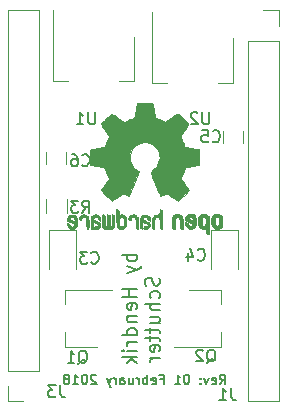
<source format=gbr>
G04 #@! TF.FileFunction,Legend,Bot*
%FSLAX46Y46*%
G04 Gerber Fmt 4.6, Leading zero omitted, Abs format (unit mm)*
G04 Created by KiCad (PCBNEW 4.0.7) date Mon Feb  5 11:14:21 2018*
%MOMM*%
%LPD*%
G01*
G04 APERTURE LIST*
%ADD10C,0.100000*%
%ADD11C,0.150000*%
%ADD12C,0.200000*%
%ADD13C,0.120000*%
%ADD14C,0.010000*%
G04 APERTURE END LIST*
D10*
D11*
X97484857Y-93298000D02*
X96284857Y-93298000D01*
X96742000Y-93298000D02*
X96684857Y-93412286D01*
X96684857Y-93640857D01*
X96742000Y-93755143D01*
X96799143Y-93812286D01*
X96913429Y-93869429D01*
X97256286Y-93869429D01*
X97370571Y-93812286D01*
X97427714Y-93755143D01*
X97484857Y-93640857D01*
X97484857Y-93412286D01*
X97427714Y-93298000D01*
X96684857Y-94269429D02*
X97484857Y-94555143D01*
X96684857Y-94840857D02*
X97484857Y-94555143D01*
X97770571Y-94440857D01*
X97827714Y-94383714D01*
X97884857Y-94269429D01*
X97484857Y-96212286D02*
X96284857Y-96212286D01*
X96856286Y-96212286D02*
X96856286Y-96898001D01*
X97484857Y-96898001D02*
X96284857Y-96898001D01*
X97427714Y-97926572D02*
X97484857Y-97812286D01*
X97484857Y-97583715D01*
X97427714Y-97469429D01*
X97313429Y-97412286D01*
X96856286Y-97412286D01*
X96742000Y-97469429D01*
X96684857Y-97583715D01*
X96684857Y-97812286D01*
X96742000Y-97926572D01*
X96856286Y-97983715D01*
X96970571Y-97983715D01*
X97084857Y-97412286D01*
X96684857Y-98498000D02*
X97484857Y-98498000D01*
X96799143Y-98498000D02*
X96742000Y-98555143D01*
X96684857Y-98669429D01*
X96684857Y-98840857D01*
X96742000Y-98955143D01*
X96856286Y-99012286D01*
X97484857Y-99012286D01*
X97484857Y-100098000D02*
X96284857Y-100098000D01*
X97427714Y-100098000D02*
X97484857Y-99983714D01*
X97484857Y-99755143D01*
X97427714Y-99640857D01*
X97370571Y-99583714D01*
X97256286Y-99526571D01*
X96913429Y-99526571D01*
X96799143Y-99583714D01*
X96742000Y-99640857D01*
X96684857Y-99755143D01*
X96684857Y-99983714D01*
X96742000Y-100098000D01*
X97484857Y-100669428D02*
X96684857Y-100669428D01*
X96913429Y-100669428D02*
X96799143Y-100726571D01*
X96742000Y-100783714D01*
X96684857Y-100898000D01*
X96684857Y-101012285D01*
X97484857Y-101412285D02*
X96684857Y-101412285D01*
X96284857Y-101412285D02*
X96342000Y-101355142D01*
X96399143Y-101412285D01*
X96342000Y-101469428D01*
X96284857Y-101412285D01*
X96399143Y-101412285D01*
X97484857Y-101983714D02*
X96284857Y-101983714D01*
X97027714Y-102098000D02*
X97484857Y-102440857D01*
X96684857Y-102440857D02*
X97142000Y-101983714D01*
X99377714Y-95240858D02*
X99434857Y-95412287D01*
X99434857Y-95698001D01*
X99377714Y-95812287D01*
X99320571Y-95869430D01*
X99206286Y-95926573D01*
X99092000Y-95926573D01*
X98977714Y-95869430D01*
X98920571Y-95812287D01*
X98863429Y-95698001D01*
X98806286Y-95469430D01*
X98749143Y-95355144D01*
X98692000Y-95298001D01*
X98577714Y-95240858D01*
X98463429Y-95240858D01*
X98349143Y-95298001D01*
X98292000Y-95355144D01*
X98234857Y-95469430D01*
X98234857Y-95755144D01*
X98292000Y-95926573D01*
X99377714Y-96955144D02*
X99434857Y-96840858D01*
X99434857Y-96612287D01*
X99377714Y-96498001D01*
X99320571Y-96440858D01*
X99206286Y-96383715D01*
X98863429Y-96383715D01*
X98749143Y-96440858D01*
X98692000Y-96498001D01*
X98634857Y-96612287D01*
X98634857Y-96840858D01*
X98692000Y-96955144D01*
X99434857Y-97469429D02*
X98234857Y-97469429D01*
X99434857Y-97983715D02*
X98806286Y-97983715D01*
X98692000Y-97926572D01*
X98634857Y-97812286D01*
X98634857Y-97640858D01*
X98692000Y-97526572D01*
X98749143Y-97469429D01*
X98634857Y-99069429D02*
X99434857Y-99069429D01*
X98634857Y-98555143D02*
X99263429Y-98555143D01*
X99377714Y-98612286D01*
X99434857Y-98726572D01*
X99434857Y-98898000D01*
X99377714Y-99012286D01*
X99320571Y-99069429D01*
X98634857Y-99469429D02*
X98634857Y-99926572D01*
X98234857Y-99640857D02*
X99263429Y-99640857D01*
X99377714Y-99698000D01*
X99434857Y-99812286D01*
X99434857Y-99926572D01*
X98634857Y-100155143D02*
X98634857Y-100612286D01*
X98234857Y-100326571D02*
X99263429Y-100326571D01*
X99377714Y-100383714D01*
X99434857Y-100498000D01*
X99434857Y-100612286D01*
X99377714Y-101469428D02*
X99434857Y-101355142D01*
X99434857Y-101126571D01*
X99377714Y-101012285D01*
X99263429Y-100955142D01*
X98806286Y-100955142D01*
X98692000Y-101012285D01*
X98634857Y-101126571D01*
X98634857Y-101355142D01*
X98692000Y-101469428D01*
X98806286Y-101526571D01*
X98920571Y-101526571D01*
X99034857Y-100955142D01*
X99434857Y-102040856D02*
X98634857Y-102040856D01*
X98863429Y-102040856D02*
X98749143Y-102097999D01*
X98692000Y-102155142D01*
X98634857Y-102269428D01*
X98634857Y-102383713D01*
D12*
X104532906Y-104247905D02*
X104799573Y-103866952D01*
X104990049Y-104247905D02*
X104990049Y-103447905D01*
X104685287Y-103447905D01*
X104609096Y-103486000D01*
X104571001Y-103524095D01*
X104532906Y-103600286D01*
X104532906Y-103714571D01*
X104571001Y-103790762D01*
X104609096Y-103828857D01*
X104685287Y-103866952D01*
X104990049Y-103866952D01*
X103885287Y-104209810D02*
X103961477Y-104247905D01*
X104113858Y-104247905D01*
X104190049Y-104209810D01*
X104228144Y-104133619D01*
X104228144Y-103828857D01*
X104190049Y-103752667D01*
X104113858Y-103714571D01*
X103961477Y-103714571D01*
X103885287Y-103752667D01*
X103847192Y-103828857D01*
X103847192Y-103905048D01*
X104228144Y-103981238D01*
X103580525Y-103714571D02*
X103390049Y-104247905D01*
X103199573Y-103714571D01*
X102894811Y-104171714D02*
X102856716Y-104209810D01*
X102894811Y-104247905D01*
X102932906Y-104209810D01*
X102894811Y-104171714D01*
X102894811Y-104247905D01*
X102894811Y-103752667D02*
X102856716Y-103790762D01*
X102894811Y-103828857D01*
X102932906Y-103790762D01*
X102894811Y-103752667D01*
X102894811Y-103828857D01*
X101751954Y-103447905D02*
X101675763Y-103447905D01*
X101599573Y-103486000D01*
X101561478Y-103524095D01*
X101523382Y-103600286D01*
X101485287Y-103752667D01*
X101485287Y-103943143D01*
X101523382Y-104095524D01*
X101561478Y-104171714D01*
X101599573Y-104209810D01*
X101675763Y-104247905D01*
X101751954Y-104247905D01*
X101828144Y-104209810D01*
X101866240Y-104171714D01*
X101904335Y-104095524D01*
X101942430Y-103943143D01*
X101942430Y-103752667D01*
X101904335Y-103600286D01*
X101866240Y-103524095D01*
X101828144Y-103486000D01*
X101751954Y-103447905D01*
X100723382Y-104247905D02*
X101180525Y-104247905D01*
X100951954Y-104247905D02*
X100951954Y-103447905D01*
X101028144Y-103562190D01*
X101104335Y-103638381D01*
X101180525Y-103676476D01*
X99504334Y-103828857D02*
X99771001Y-103828857D01*
X99771001Y-104247905D02*
X99771001Y-103447905D01*
X99390048Y-103447905D01*
X98780525Y-104209810D02*
X98856715Y-104247905D01*
X99009096Y-104247905D01*
X99085287Y-104209810D01*
X99123382Y-104133619D01*
X99123382Y-103828857D01*
X99085287Y-103752667D01*
X99009096Y-103714571D01*
X98856715Y-103714571D01*
X98780525Y-103752667D01*
X98742430Y-103828857D01*
X98742430Y-103905048D01*
X99123382Y-103981238D01*
X98399573Y-104247905D02*
X98399573Y-103447905D01*
X98399573Y-103752667D02*
X98323382Y-103714571D01*
X98171001Y-103714571D01*
X98094811Y-103752667D01*
X98056716Y-103790762D01*
X98018620Y-103866952D01*
X98018620Y-104095524D01*
X98056716Y-104171714D01*
X98094811Y-104209810D01*
X98171001Y-104247905D01*
X98323382Y-104247905D01*
X98399573Y-104209810D01*
X97675763Y-104247905D02*
X97675763Y-103714571D01*
X97675763Y-103866952D02*
X97637668Y-103790762D01*
X97599572Y-103752667D01*
X97523382Y-103714571D01*
X97447191Y-103714571D01*
X96837668Y-103714571D02*
X96837668Y-104247905D01*
X97180525Y-103714571D02*
X97180525Y-104133619D01*
X97142430Y-104209810D01*
X97066239Y-104247905D01*
X96951953Y-104247905D01*
X96875763Y-104209810D01*
X96837668Y-104171714D01*
X96113858Y-104247905D02*
X96113858Y-103828857D01*
X96151953Y-103752667D01*
X96228143Y-103714571D01*
X96380524Y-103714571D01*
X96456715Y-103752667D01*
X96113858Y-104209810D02*
X96190048Y-104247905D01*
X96380524Y-104247905D01*
X96456715Y-104209810D01*
X96494810Y-104133619D01*
X96494810Y-104057429D01*
X96456715Y-103981238D01*
X96380524Y-103943143D01*
X96190048Y-103943143D01*
X96113858Y-103905048D01*
X95732905Y-104247905D02*
X95732905Y-103714571D01*
X95732905Y-103866952D02*
X95694810Y-103790762D01*
X95656714Y-103752667D01*
X95580524Y-103714571D01*
X95504333Y-103714571D01*
X95313857Y-103714571D02*
X95123381Y-104247905D01*
X94932905Y-103714571D02*
X95123381Y-104247905D01*
X95199572Y-104438381D01*
X95237667Y-104476476D01*
X95313857Y-104514571D01*
X94056714Y-103524095D02*
X94018619Y-103486000D01*
X93942428Y-103447905D01*
X93751952Y-103447905D01*
X93675762Y-103486000D01*
X93637666Y-103524095D01*
X93599571Y-103600286D01*
X93599571Y-103676476D01*
X93637666Y-103790762D01*
X94094809Y-104247905D01*
X93599571Y-104247905D01*
X93104333Y-103447905D02*
X93028142Y-103447905D01*
X92951952Y-103486000D01*
X92913857Y-103524095D01*
X92875761Y-103600286D01*
X92837666Y-103752667D01*
X92837666Y-103943143D01*
X92875761Y-104095524D01*
X92913857Y-104171714D01*
X92951952Y-104209810D01*
X93028142Y-104247905D01*
X93104333Y-104247905D01*
X93180523Y-104209810D01*
X93218619Y-104171714D01*
X93256714Y-104095524D01*
X93294809Y-103943143D01*
X93294809Y-103752667D01*
X93256714Y-103600286D01*
X93218619Y-103524095D01*
X93180523Y-103486000D01*
X93104333Y-103447905D01*
X92075761Y-104247905D02*
X92532904Y-104247905D01*
X92304333Y-104247905D02*
X92304333Y-103447905D01*
X92380523Y-103562190D01*
X92456714Y-103638381D01*
X92532904Y-103676476D01*
X91618618Y-103790762D02*
X91694809Y-103752667D01*
X91732904Y-103714571D01*
X91770999Y-103638381D01*
X91770999Y-103600286D01*
X91732904Y-103524095D01*
X91694809Y-103486000D01*
X91618618Y-103447905D01*
X91466237Y-103447905D01*
X91390047Y-103486000D01*
X91351951Y-103524095D01*
X91313856Y-103600286D01*
X91313856Y-103638381D01*
X91351951Y-103714571D01*
X91390047Y-103752667D01*
X91466237Y-103790762D01*
X91618618Y-103790762D01*
X91694809Y-103828857D01*
X91732904Y-103866952D01*
X91770999Y-103943143D01*
X91770999Y-104095524D01*
X91732904Y-104171714D01*
X91694809Y-104209810D01*
X91618618Y-104247905D01*
X91466237Y-104247905D01*
X91390047Y-104209810D01*
X91351951Y-104171714D01*
X91313856Y-104095524D01*
X91313856Y-103943143D01*
X91351951Y-103866952D01*
X91390047Y-103828857D01*
X91466237Y-103790762D01*
D13*
X90036000Y-91222000D02*
X90036000Y-94472000D01*
X92336000Y-91222000D02*
X92336000Y-94472000D01*
X90036000Y-91222000D02*
X92336000Y-91222000D01*
X103752000Y-91222000D02*
X103752000Y-94472000D01*
X106052000Y-91222000D02*
X106052000Y-94472000D01*
X103752000Y-91222000D02*
X106052000Y-91222000D01*
X104814000Y-83812000D02*
X104814000Y-82812000D01*
X106514000Y-82812000D02*
X106514000Y-83812000D01*
X91528000Y-84590000D02*
X91528000Y-85590000D01*
X89828000Y-85590000D02*
X89828000Y-84590000D01*
X109534000Y-105724000D02*
X106874000Y-105724000D01*
X109534000Y-75184000D02*
X109534000Y-105724000D01*
X106874000Y-75184000D02*
X106874000Y-105724000D01*
X109534000Y-75184000D02*
X106874000Y-75184000D01*
X109534000Y-73914000D02*
X109534000Y-72584000D01*
X109534000Y-72584000D02*
X108204000Y-72584000D01*
X86554000Y-72584000D02*
X89214000Y-72584000D01*
X86554000Y-103124000D02*
X86554000Y-72584000D01*
X89214000Y-103124000D02*
X89214000Y-72584000D01*
X86554000Y-103124000D02*
X89214000Y-103124000D01*
X86554000Y-104394000D02*
X86554000Y-105724000D01*
X86554000Y-105724000D02*
X87884000Y-105724000D01*
X91438000Y-99879000D02*
X91438000Y-101079000D01*
X91438000Y-101079000D02*
X94138000Y-101079000D01*
X95438000Y-96279000D02*
X91438000Y-96279000D01*
X91438000Y-96279000D02*
X91438000Y-97479000D01*
X104650000Y-97479000D02*
X104650000Y-96279000D01*
X104650000Y-96279000D02*
X101950000Y-96279000D01*
X100650000Y-101079000D02*
X104650000Y-101079000D01*
X104650000Y-101079000D02*
X104650000Y-99879000D01*
X89798000Y-88554000D02*
X89798000Y-89754000D01*
X91558000Y-89754000D02*
X91558000Y-88554000D01*
X97263000Y-78618000D02*
X96003000Y-78618000D01*
X90443000Y-78618000D02*
X91703000Y-78618000D01*
X97263000Y-74858000D02*
X97263000Y-78618000D01*
X90443000Y-72608000D02*
X90443000Y-78618000D01*
X105645000Y-78745000D02*
X104385000Y-78745000D01*
X98825000Y-78745000D02*
X100085000Y-78745000D01*
X105645000Y-74985000D02*
X105645000Y-78745000D01*
X98825000Y-72735000D02*
X98825000Y-78745000D01*
D14*
G36*
X102999100Y-89840903D02*
X102887550Y-89896522D01*
X102789092Y-89998931D01*
X102761977Y-90036864D01*
X102732438Y-90086500D01*
X102713272Y-90140412D01*
X102702307Y-90212364D01*
X102697371Y-90316122D01*
X102696287Y-90453101D01*
X102701182Y-90640815D01*
X102718196Y-90781758D01*
X102750823Y-90886908D01*
X102802558Y-90967243D01*
X102876896Y-91033741D01*
X102882358Y-91037678D01*
X102955620Y-91077953D01*
X103043840Y-91097880D01*
X103156038Y-91102793D01*
X103338433Y-91102793D01*
X103338509Y-91279857D01*
X103340207Y-91378470D01*
X103350550Y-91436314D01*
X103377578Y-91471006D01*
X103429332Y-91500164D01*
X103441761Y-91506121D01*
X103499923Y-91534039D01*
X103544956Y-91551672D01*
X103578441Y-91553194D01*
X103601962Y-91532781D01*
X103617100Y-91484607D01*
X103625437Y-91402846D01*
X103628556Y-91281672D01*
X103628040Y-91115260D01*
X103625471Y-90897785D01*
X103624668Y-90832736D01*
X103621778Y-90608502D01*
X103619188Y-90461821D01*
X103338586Y-90461821D01*
X103337009Y-90586326D01*
X103330000Y-90667787D01*
X103314142Y-90721515D01*
X103286019Y-90762823D01*
X103266925Y-90782971D01*
X103188865Y-90841921D01*
X103119753Y-90846720D01*
X103048440Y-90798038D01*
X103046632Y-90796241D01*
X103017617Y-90758618D01*
X102999967Y-90707484D01*
X102991064Y-90628738D01*
X102988291Y-90508276D01*
X102988241Y-90481588D01*
X102994942Y-90315583D01*
X103016752Y-90200505D01*
X103056235Y-90130254D01*
X103115956Y-90098729D01*
X103150472Y-90095552D01*
X103232389Y-90110460D01*
X103288579Y-90159548D01*
X103322402Y-90249362D01*
X103337220Y-90386445D01*
X103338586Y-90461821D01*
X103619188Y-90461821D01*
X103618713Y-90434952D01*
X103614753Y-90304382D01*
X103609174Y-90209087D01*
X103601254Y-90141364D01*
X103590269Y-90093507D01*
X103575499Y-90057813D01*
X103556218Y-90026578D01*
X103547951Y-90014824D01*
X103438288Y-89903797D01*
X103299635Y-89840847D01*
X103139246Y-89823297D01*
X102999100Y-89840903D01*
X102999100Y-89840903D01*
G37*
X102999100Y-89840903D02*
X102887550Y-89896522D01*
X102789092Y-89998931D01*
X102761977Y-90036864D01*
X102732438Y-90086500D01*
X102713272Y-90140412D01*
X102702307Y-90212364D01*
X102697371Y-90316122D01*
X102696287Y-90453101D01*
X102701182Y-90640815D01*
X102718196Y-90781758D01*
X102750823Y-90886908D01*
X102802558Y-90967243D01*
X102876896Y-91033741D01*
X102882358Y-91037678D01*
X102955620Y-91077953D01*
X103043840Y-91097880D01*
X103156038Y-91102793D01*
X103338433Y-91102793D01*
X103338509Y-91279857D01*
X103340207Y-91378470D01*
X103350550Y-91436314D01*
X103377578Y-91471006D01*
X103429332Y-91500164D01*
X103441761Y-91506121D01*
X103499923Y-91534039D01*
X103544956Y-91551672D01*
X103578441Y-91553194D01*
X103601962Y-91532781D01*
X103617100Y-91484607D01*
X103625437Y-91402846D01*
X103628556Y-91281672D01*
X103628040Y-91115260D01*
X103625471Y-90897785D01*
X103624668Y-90832736D01*
X103621778Y-90608502D01*
X103619188Y-90461821D01*
X103338586Y-90461821D01*
X103337009Y-90586326D01*
X103330000Y-90667787D01*
X103314142Y-90721515D01*
X103286019Y-90762823D01*
X103266925Y-90782971D01*
X103188865Y-90841921D01*
X103119753Y-90846720D01*
X103048440Y-90798038D01*
X103046632Y-90796241D01*
X103017617Y-90758618D01*
X102999967Y-90707484D01*
X102991064Y-90628738D01*
X102988291Y-90508276D01*
X102988241Y-90481588D01*
X102994942Y-90315583D01*
X103016752Y-90200505D01*
X103056235Y-90130254D01*
X103115956Y-90098729D01*
X103150472Y-90095552D01*
X103232389Y-90110460D01*
X103288579Y-90159548D01*
X103322402Y-90249362D01*
X103337220Y-90386445D01*
X103338586Y-90461821D01*
X103619188Y-90461821D01*
X103618713Y-90434952D01*
X103614753Y-90304382D01*
X103609174Y-90209087D01*
X103601254Y-90141364D01*
X103590269Y-90093507D01*
X103575499Y-90057813D01*
X103556218Y-90026578D01*
X103547951Y-90014824D01*
X103438288Y-89903797D01*
X103299635Y-89840847D01*
X103139246Y-89823297D01*
X102999100Y-89840903D01*
G36*
X100753571Y-89856719D02*
X100659877Y-89910914D01*
X100594736Y-89964707D01*
X100547093Y-90021066D01*
X100514272Y-90089987D01*
X100493594Y-90181468D01*
X100482380Y-90305506D01*
X100477951Y-90472098D01*
X100477437Y-90591851D01*
X100477437Y-91032659D01*
X100601517Y-91088283D01*
X100725598Y-91143907D01*
X100740195Y-90661095D01*
X100746227Y-90480779D01*
X100752555Y-90349901D01*
X100760394Y-90259511D01*
X100770963Y-90200664D01*
X100785477Y-90164413D01*
X100805152Y-90141810D01*
X100811465Y-90136917D01*
X100907112Y-90098706D01*
X101003793Y-90113827D01*
X101061345Y-90153943D01*
X101084755Y-90182370D01*
X101100961Y-90219672D01*
X101111259Y-90276223D01*
X101116951Y-90362394D01*
X101119336Y-90488558D01*
X101119736Y-90620042D01*
X101119814Y-90784999D01*
X101122639Y-90901761D01*
X101132093Y-90980510D01*
X101152060Y-91031431D01*
X101186424Y-91064706D01*
X101239068Y-91090520D01*
X101309383Y-91117344D01*
X101386180Y-91146542D01*
X101377038Y-90628346D01*
X101373357Y-90441539D01*
X101369050Y-90303490D01*
X101362877Y-90204568D01*
X101353598Y-90135145D01*
X101339973Y-90085590D01*
X101320761Y-90046273D01*
X101297598Y-90011584D01*
X101185848Y-89900770D01*
X101049487Y-89836689D01*
X100901175Y-89821339D01*
X100753571Y-89856719D01*
X100753571Y-89856719D01*
G37*
X100753571Y-89856719D02*
X100659877Y-89910914D01*
X100594736Y-89964707D01*
X100547093Y-90021066D01*
X100514272Y-90089987D01*
X100493594Y-90181468D01*
X100482380Y-90305506D01*
X100477951Y-90472098D01*
X100477437Y-90591851D01*
X100477437Y-91032659D01*
X100601517Y-91088283D01*
X100725598Y-91143907D01*
X100740195Y-90661095D01*
X100746227Y-90480779D01*
X100752555Y-90349901D01*
X100760394Y-90259511D01*
X100770963Y-90200664D01*
X100785477Y-90164413D01*
X100805152Y-90141810D01*
X100811465Y-90136917D01*
X100907112Y-90098706D01*
X101003793Y-90113827D01*
X101061345Y-90153943D01*
X101084755Y-90182370D01*
X101100961Y-90219672D01*
X101111259Y-90276223D01*
X101116951Y-90362394D01*
X101119336Y-90488558D01*
X101119736Y-90620042D01*
X101119814Y-90784999D01*
X101122639Y-90901761D01*
X101132093Y-90980510D01*
X101152060Y-91031431D01*
X101186424Y-91064706D01*
X101239068Y-91090520D01*
X101309383Y-91117344D01*
X101386180Y-91146542D01*
X101377038Y-90628346D01*
X101373357Y-90441539D01*
X101369050Y-90303490D01*
X101362877Y-90204568D01*
X101353598Y-90135145D01*
X101339973Y-90085590D01*
X101320761Y-90046273D01*
X101297598Y-90011584D01*
X101185848Y-89900770D01*
X101049487Y-89836689D01*
X100901175Y-89821339D01*
X100753571Y-89856719D01*
G36*
X104122779Y-89845015D02*
X103985939Y-89916968D01*
X103884949Y-90032766D01*
X103849075Y-90107213D01*
X103821161Y-90218992D01*
X103806871Y-90360227D01*
X103805516Y-90514371D01*
X103816405Y-90664879D01*
X103838847Y-90795205D01*
X103872150Y-90888803D01*
X103882385Y-90904922D01*
X104003618Y-91025249D01*
X104147613Y-91097317D01*
X104303861Y-91118408D01*
X104461852Y-91085802D01*
X104505820Y-91066253D01*
X104591444Y-91006012D01*
X104666592Y-90926135D01*
X104673694Y-90916004D01*
X104702561Y-90867181D01*
X104721643Y-90814990D01*
X104732916Y-90746285D01*
X104738355Y-90647918D01*
X104739938Y-90506744D01*
X104739965Y-90475092D01*
X104739893Y-90465019D01*
X104448011Y-90465019D01*
X104446313Y-90598256D01*
X104439628Y-90686674D01*
X104425575Y-90743785D01*
X104401771Y-90783102D01*
X104389621Y-90796241D01*
X104319764Y-90846172D01*
X104251941Y-90843895D01*
X104183365Y-90800584D01*
X104142465Y-90754346D01*
X104118242Y-90686857D01*
X104104639Y-90580433D01*
X104103706Y-90568020D01*
X104101384Y-90375147D01*
X104125650Y-90231900D01*
X104176176Y-90139160D01*
X104252632Y-90097807D01*
X104279924Y-90095552D01*
X104351589Y-90106893D01*
X104400610Y-90146184D01*
X104430582Y-90221326D01*
X104445101Y-90340222D01*
X104448011Y-90465019D01*
X104739893Y-90465019D01*
X104738878Y-90324659D01*
X104734312Y-90219549D01*
X104724312Y-90146714D01*
X104706921Y-90093108D01*
X104680184Y-90045681D01*
X104674276Y-90036864D01*
X104574968Y-89918007D01*
X104466758Y-89849008D01*
X104335019Y-89821619D01*
X104290283Y-89820281D01*
X104122779Y-89845015D01*
X104122779Y-89845015D01*
G37*
X104122779Y-89845015D02*
X103985939Y-89916968D01*
X103884949Y-90032766D01*
X103849075Y-90107213D01*
X103821161Y-90218992D01*
X103806871Y-90360227D01*
X103805516Y-90514371D01*
X103816405Y-90664879D01*
X103838847Y-90795205D01*
X103872150Y-90888803D01*
X103882385Y-90904922D01*
X104003618Y-91025249D01*
X104147613Y-91097317D01*
X104303861Y-91118408D01*
X104461852Y-91085802D01*
X104505820Y-91066253D01*
X104591444Y-91006012D01*
X104666592Y-90926135D01*
X104673694Y-90916004D01*
X104702561Y-90867181D01*
X104721643Y-90814990D01*
X104732916Y-90746285D01*
X104738355Y-90647918D01*
X104739938Y-90506744D01*
X104739965Y-90475092D01*
X104739893Y-90465019D01*
X104448011Y-90465019D01*
X104446313Y-90598256D01*
X104439628Y-90686674D01*
X104425575Y-90743785D01*
X104401771Y-90783102D01*
X104389621Y-90796241D01*
X104319764Y-90846172D01*
X104251941Y-90843895D01*
X104183365Y-90800584D01*
X104142465Y-90754346D01*
X104118242Y-90686857D01*
X104104639Y-90580433D01*
X104103706Y-90568020D01*
X104101384Y-90375147D01*
X104125650Y-90231900D01*
X104176176Y-90139160D01*
X104252632Y-90097807D01*
X104279924Y-90095552D01*
X104351589Y-90106893D01*
X104400610Y-90146184D01*
X104430582Y-90221326D01*
X104445101Y-90340222D01*
X104448011Y-90465019D01*
X104739893Y-90465019D01*
X104738878Y-90324659D01*
X104734312Y-90219549D01*
X104724312Y-90146714D01*
X104706921Y-90093108D01*
X104680184Y-90045681D01*
X104674276Y-90036864D01*
X104574968Y-89918007D01*
X104466758Y-89849008D01*
X104335019Y-89821619D01*
X104290283Y-89820281D01*
X104122779Y-89845015D01*
G36*
X101855448Y-89863676D02*
X101740342Y-89941111D01*
X101651389Y-90052949D01*
X101598251Y-90195265D01*
X101587503Y-90300015D01*
X101588724Y-90343726D01*
X101598944Y-90377194D01*
X101627039Y-90407179D01*
X101681884Y-90440440D01*
X101772355Y-90483738D01*
X101907328Y-90543833D01*
X101908011Y-90544134D01*
X102032249Y-90601037D01*
X102134127Y-90651565D01*
X102203233Y-90690280D01*
X102229154Y-90711740D01*
X102229161Y-90711913D01*
X102206315Y-90758644D01*
X102152891Y-90810154D01*
X102091558Y-90847261D01*
X102060485Y-90854632D01*
X101975711Y-90829138D01*
X101902707Y-90765291D01*
X101867087Y-90695094D01*
X101832820Y-90643343D01*
X101765697Y-90584409D01*
X101686792Y-90533496D01*
X101617179Y-90505809D01*
X101602623Y-90504287D01*
X101586237Y-90529321D01*
X101585250Y-90593311D01*
X101597292Y-90679593D01*
X101619993Y-90771501D01*
X101650986Y-90852369D01*
X101652552Y-90855509D01*
X101745819Y-90985734D01*
X101866696Y-91074311D01*
X102003973Y-91117786D01*
X102146440Y-91112706D01*
X102282888Y-91055616D01*
X102288955Y-91051602D01*
X102396290Y-90954326D01*
X102466868Y-90827409D01*
X102505926Y-90660526D01*
X102511168Y-90613639D01*
X102520452Y-90392329D01*
X102509322Y-90289124D01*
X102229161Y-90289124D01*
X102225521Y-90353503D01*
X102205611Y-90372291D01*
X102155974Y-90358235D01*
X102077733Y-90325009D01*
X101990274Y-90283359D01*
X101988101Y-90282256D01*
X101913970Y-90243265D01*
X101884219Y-90217244D01*
X101891555Y-90189965D01*
X101922447Y-90154121D01*
X102001040Y-90102251D01*
X102085677Y-90098439D01*
X102161597Y-90136189D01*
X102214035Y-90209001D01*
X102229161Y-90289124D01*
X102509322Y-90289124D01*
X102501356Y-90215261D01*
X102452366Y-90074829D01*
X102384164Y-89976447D01*
X102261065Y-89877030D01*
X102125472Y-89827711D01*
X101987045Y-89824568D01*
X101855448Y-89863676D01*
X101855448Y-89863676D01*
G37*
X101855448Y-89863676D02*
X101740342Y-89941111D01*
X101651389Y-90052949D01*
X101598251Y-90195265D01*
X101587503Y-90300015D01*
X101588724Y-90343726D01*
X101598944Y-90377194D01*
X101627039Y-90407179D01*
X101681884Y-90440440D01*
X101772355Y-90483738D01*
X101907328Y-90543833D01*
X101908011Y-90544134D01*
X102032249Y-90601037D01*
X102134127Y-90651565D01*
X102203233Y-90690280D01*
X102229154Y-90711740D01*
X102229161Y-90711913D01*
X102206315Y-90758644D01*
X102152891Y-90810154D01*
X102091558Y-90847261D01*
X102060485Y-90854632D01*
X101975711Y-90829138D01*
X101902707Y-90765291D01*
X101867087Y-90695094D01*
X101832820Y-90643343D01*
X101765697Y-90584409D01*
X101686792Y-90533496D01*
X101617179Y-90505809D01*
X101602623Y-90504287D01*
X101586237Y-90529321D01*
X101585250Y-90593311D01*
X101597292Y-90679593D01*
X101619993Y-90771501D01*
X101650986Y-90852369D01*
X101652552Y-90855509D01*
X101745819Y-90985734D01*
X101866696Y-91074311D01*
X102003973Y-91117786D01*
X102146440Y-91112706D01*
X102282888Y-91055616D01*
X102288955Y-91051602D01*
X102396290Y-90954326D01*
X102466868Y-90827409D01*
X102505926Y-90660526D01*
X102511168Y-90613639D01*
X102520452Y-90392329D01*
X102509322Y-90289124D01*
X102229161Y-90289124D01*
X102225521Y-90353503D01*
X102205611Y-90372291D01*
X102155974Y-90358235D01*
X102077733Y-90325009D01*
X101990274Y-90283359D01*
X101988101Y-90282256D01*
X101913970Y-90243265D01*
X101884219Y-90217244D01*
X101891555Y-90189965D01*
X101922447Y-90154121D01*
X102001040Y-90102251D01*
X102085677Y-90098439D01*
X102161597Y-90136189D01*
X102214035Y-90209001D01*
X102229161Y-90289124D01*
X102509322Y-90289124D01*
X102501356Y-90215261D01*
X102452366Y-90074829D01*
X102384164Y-89976447D01*
X102261065Y-89877030D01*
X102125472Y-89827711D01*
X101987045Y-89824568D01*
X101855448Y-89863676D01*
G36*
X99426402Y-89702857D02*
X99417846Y-89822188D01*
X99408019Y-89892506D01*
X99394401Y-89923179D01*
X99374473Y-89923571D01*
X99368011Y-89919910D01*
X99282060Y-89893398D01*
X99170255Y-89894946D01*
X99056586Y-89922199D01*
X98985490Y-89957455D01*
X98912595Y-90013778D01*
X98859307Y-90077519D01*
X98822725Y-90158510D01*
X98799950Y-90266586D01*
X98788081Y-90411580D01*
X98784218Y-90603326D01*
X98784149Y-90640109D01*
X98784103Y-91053288D01*
X98876046Y-91085339D01*
X98941348Y-91107144D01*
X98977176Y-91117297D01*
X98978230Y-91117391D01*
X98981758Y-91089860D01*
X98984761Y-91013923D01*
X98987010Y-90899565D01*
X98988276Y-90756769D01*
X98988471Y-90669951D01*
X98988877Y-90498773D01*
X98990968Y-90376088D01*
X98996053Y-90292000D01*
X99005440Y-90236614D01*
X99020439Y-90200032D01*
X99042358Y-90172359D01*
X99056043Y-90159032D01*
X99150051Y-90105328D01*
X99252636Y-90101307D01*
X99345710Y-90146725D01*
X99362922Y-90163123D01*
X99388168Y-90193957D01*
X99405680Y-90230531D01*
X99416858Y-90283415D01*
X99423104Y-90363177D01*
X99425818Y-90480385D01*
X99426402Y-90641991D01*
X99426402Y-91053288D01*
X99518345Y-91085339D01*
X99583647Y-91107144D01*
X99619475Y-91117297D01*
X99620529Y-91117391D01*
X99623225Y-91089448D01*
X99625655Y-91010630D01*
X99627722Y-90888453D01*
X99629329Y-90730432D01*
X99630377Y-90544083D01*
X99630769Y-90336920D01*
X99630770Y-90327706D01*
X99630770Y-89538020D01*
X99535885Y-89497997D01*
X99441000Y-89457973D01*
X99426402Y-89702857D01*
X99426402Y-89702857D01*
G37*
X99426402Y-89702857D02*
X99417846Y-89822188D01*
X99408019Y-89892506D01*
X99394401Y-89923179D01*
X99374473Y-89923571D01*
X99368011Y-89919910D01*
X99282060Y-89893398D01*
X99170255Y-89894946D01*
X99056586Y-89922199D01*
X98985490Y-89957455D01*
X98912595Y-90013778D01*
X98859307Y-90077519D01*
X98822725Y-90158510D01*
X98799950Y-90266586D01*
X98788081Y-90411580D01*
X98784218Y-90603326D01*
X98784149Y-90640109D01*
X98784103Y-91053288D01*
X98876046Y-91085339D01*
X98941348Y-91107144D01*
X98977176Y-91117297D01*
X98978230Y-91117391D01*
X98981758Y-91089860D01*
X98984761Y-91013923D01*
X98987010Y-90899565D01*
X98988276Y-90756769D01*
X98988471Y-90669951D01*
X98988877Y-90498773D01*
X98990968Y-90376088D01*
X98996053Y-90292000D01*
X99005440Y-90236614D01*
X99020439Y-90200032D01*
X99042358Y-90172359D01*
X99056043Y-90159032D01*
X99150051Y-90105328D01*
X99252636Y-90101307D01*
X99345710Y-90146725D01*
X99362922Y-90163123D01*
X99388168Y-90193957D01*
X99405680Y-90230531D01*
X99416858Y-90283415D01*
X99423104Y-90363177D01*
X99425818Y-90480385D01*
X99426402Y-90641991D01*
X99426402Y-91053288D01*
X99518345Y-91085339D01*
X99583647Y-91107144D01*
X99619475Y-91117297D01*
X99620529Y-91117391D01*
X99623225Y-91089448D01*
X99625655Y-91010630D01*
X99627722Y-90888453D01*
X99629329Y-90730432D01*
X99630377Y-90544083D01*
X99630769Y-90336920D01*
X99630770Y-90327706D01*
X99630770Y-89538020D01*
X99535885Y-89497997D01*
X99441000Y-89457973D01*
X99426402Y-89702857D01*
G36*
X98091056Y-89903360D02*
X97976657Y-89945842D01*
X97975348Y-89946658D01*
X97904597Y-89998730D01*
X97852364Y-90059584D01*
X97815629Y-90138887D01*
X97791366Y-90246309D01*
X97776555Y-90391517D01*
X97768171Y-90584179D01*
X97767436Y-90611628D01*
X97756880Y-91025521D01*
X97845709Y-91071456D01*
X97909982Y-91102498D01*
X97948790Y-91117206D01*
X97950585Y-91117391D01*
X97957300Y-91090250D01*
X97962635Y-91017041D01*
X97965917Y-90910081D01*
X97966632Y-90823469D01*
X97966649Y-90683162D01*
X97973063Y-90595051D01*
X97995420Y-90553025D01*
X98043268Y-90550975D01*
X98126151Y-90582790D01*
X98251287Y-90641272D01*
X98343303Y-90689845D01*
X98390629Y-90731986D01*
X98404542Y-90777916D01*
X98404563Y-90780189D01*
X98381605Y-90859311D01*
X98313630Y-90902055D01*
X98209602Y-90908246D01*
X98134670Y-90907172D01*
X98095161Y-90928753D01*
X98070522Y-90980591D01*
X98056341Y-91046632D01*
X98076777Y-91084104D01*
X98084472Y-91089467D01*
X98156917Y-91111006D01*
X98258367Y-91114055D01*
X98362843Y-91099778D01*
X98436875Y-91073688D01*
X98539228Y-90986785D01*
X98597409Y-90865816D01*
X98608931Y-90771308D01*
X98600138Y-90686062D01*
X98568320Y-90616476D01*
X98505316Y-90554672D01*
X98402969Y-90492772D01*
X98253118Y-90422897D01*
X98243988Y-90418948D01*
X98109003Y-90356588D01*
X98025706Y-90305446D01*
X97990003Y-90259488D01*
X97997797Y-90212683D01*
X98044993Y-90158998D01*
X98059106Y-90146644D01*
X98153641Y-90098741D01*
X98251594Y-90100758D01*
X98336903Y-90147724D01*
X98393504Y-90234669D01*
X98398763Y-90251734D01*
X98449977Y-90334504D01*
X98514963Y-90374372D01*
X98608931Y-90413882D01*
X98608931Y-90311658D01*
X98580347Y-90163072D01*
X98495505Y-90026784D01*
X98451355Y-89981191D01*
X98350995Y-89922674D01*
X98223365Y-89896184D01*
X98091056Y-89903360D01*
X98091056Y-89903360D01*
G37*
X98091056Y-89903360D02*
X97976657Y-89945842D01*
X97975348Y-89946658D01*
X97904597Y-89998730D01*
X97852364Y-90059584D01*
X97815629Y-90138887D01*
X97791366Y-90246309D01*
X97776555Y-90391517D01*
X97768171Y-90584179D01*
X97767436Y-90611628D01*
X97756880Y-91025521D01*
X97845709Y-91071456D01*
X97909982Y-91102498D01*
X97948790Y-91117206D01*
X97950585Y-91117391D01*
X97957300Y-91090250D01*
X97962635Y-91017041D01*
X97965917Y-90910081D01*
X97966632Y-90823469D01*
X97966649Y-90683162D01*
X97973063Y-90595051D01*
X97995420Y-90553025D01*
X98043268Y-90550975D01*
X98126151Y-90582790D01*
X98251287Y-90641272D01*
X98343303Y-90689845D01*
X98390629Y-90731986D01*
X98404542Y-90777916D01*
X98404563Y-90780189D01*
X98381605Y-90859311D01*
X98313630Y-90902055D01*
X98209602Y-90908246D01*
X98134670Y-90907172D01*
X98095161Y-90928753D01*
X98070522Y-90980591D01*
X98056341Y-91046632D01*
X98076777Y-91084104D01*
X98084472Y-91089467D01*
X98156917Y-91111006D01*
X98258367Y-91114055D01*
X98362843Y-91099778D01*
X98436875Y-91073688D01*
X98539228Y-90986785D01*
X98597409Y-90865816D01*
X98608931Y-90771308D01*
X98600138Y-90686062D01*
X98568320Y-90616476D01*
X98505316Y-90554672D01*
X98402969Y-90492772D01*
X98253118Y-90422897D01*
X98243988Y-90418948D01*
X98109003Y-90356588D01*
X98025706Y-90305446D01*
X97990003Y-90259488D01*
X97997797Y-90212683D01*
X98044993Y-90158998D01*
X98059106Y-90146644D01*
X98153641Y-90098741D01*
X98251594Y-90100758D01*
X98336903Y-90147724D01*
X98393504Y-90234669D01*
X98398763Y-90251734D01*
X98449977Y-90334504D01*
X98514963Y-90374372D01*
X98608931Y-90413882D01*
X98608931Y-90311658D01*
X98580347Y-90163072D01*
X98495505Y-90026784D01*
X98451355Y-89981191D01*
X98350995Y-89922674D01*
X98223365Y-89896184D01*
X98091056Y-89903360D01*
G36*
X97105057Y-89900920D02*
X96972435Y-89949859D01*
X96864990Y-90036419D01*
X96822968Y-90097352D01*
X96777157Y-90209161D01*
X96778109Y-90290006D01*
X96826192Y-90344378D01*
X96843983Y-90353624D01*
X96920796Y-90382450D01*
X96960024Y-90375065D01*
X96973311Y-90326658D01*
X96973988Y-90299920D01*
X96998314Y-90201548D01*
X97061719Y-90132734D01*
X97149846Y-90099498D01*
X97248337Y-90107861D01*
X97328398Y-90151296D01*
X97355439Y-90176072D01*
X97374606Y-90206129D01*
X97387554Y-90251565D01*
X97395936Y-90322476D01*
X97401407Y-90428960D01*
X97405622Y-90581112D01*
X97406713Y-90629287D01*
X97410693Y-90794095D01*
X97415219Y-90910088D01*
X97422005Y-90986833D01*
X97432769Y-91033893D01*
X97449227Y-91060835D01*
X97473094Y-91077223D01*
X97488374Y-91084463D01*
X97553267Y-91109220D01*
X97591466Y-91117391D01*
X97604088Y-91090103D01*
X97611792Y-91007603D01*
X97614620Y-90868941D01*
X97612614Y-90673162D01*
X97611989Y-90642965D01*
X97607579Y-90464349D01*
X97602365Y-90333923D01*
X97594945Y-90241492D01*
X97583918Y-90176858D01*
X97567883Y-90129825D01*
X97545439Y-90090196D01*
X97533698Y-90073215D01*
X97466381Y-89998080D01*
X97391090Y-89939638D01*
X97381872Y-89934536D01*
X97246867Y-89894260D01*
X97105057Y-89900920D01*
X97105057Y-89900920D01*
G37*
X97105057Y-89900920D02*
X96972435Y-89949859D01*
X96864990Y-90036419D01*
X96822968Y-90097352D01*
X96777157Y-90209161D01*
X96778109Y-90290006D01*
X96826192Y-90344378D01*
X96843983Y-90353624D01*
X96920796Y-90382450D01*
X96960024Y-90375065D01*
X96973311Y-90326658D01*
X96973988Y-90299920D01*
X96998314Y-90201548D01*
X97061719Y-90132734D01*
X97149846Y-90099498D01*
X97248337Y-90107861D01*
X97328398Y-90151296D01*
X97355439Y-90176072D01*
X97374606Y-90206129D01*
X97387554Y-90251565D01*
X97395936Y-90322476D01*
X97401407Y-90428960D01*
X97405622Y-90581112D01*
X97406713Y-90629287D01*
X97410693Y-90794095D01*
X97415219Y-90910088D01*
X97422005Y-90986833D01*
X97432769Y-91033893D01*
X97449227Y-91060835D01*
X97473094Y-91077223D01*
X97488374Y-91084463D01*
X97553267Y-91109220D01*
X97591466Y-91117391D01*
X97604088Y-91090103D01*
X97611792Y-91007603D01*
X97614620Y-90868941D01*
X97612614Y-90673162D01*
X97611989Y-90642965D01*
X97607579Y-90464349D01*
X97602365Y-90333923D01*
X97594945Y-90241492D01*
X97583918Y-90176858D01*
X97567883Y-90129825D01*
X97545439Y-90090196D01*
X97533698Y-90073215D01*
X97466381Y-89998080D01*
X97391090Y-89939638D01*
X97381872Y-89934536D01*
X97246867Y-89894260D01*
X97105057Y-89900920D01*
G36*
X95777086Y-90133455D02*
X95777457Y-90351661D01*
X95778892Y-90519519D01*
X95781998Y-90645070D01*
X95787378Y-90736355D01*
X95795638Y-90801415D01*
X95807384Y-90848291D01*
X95823219Y-90885024D01*
X95835210Y-90905991D01*
X95934510Y-91019694D01*
X96060412Y-91090965D01*
X96199709Y-91116538D01*
X96339195Y-91093150D01*
X96422257Y-91051119D01*
X96509455Y-90978411D01*
X96568883Y-90889612D01*
X96604739Y-90773320D01*
X96621219Y-90618135D01*
X96623553Y-90504287D01*
X96623239Y-90496106D01*
X96419276Y-90496106D01*
X96418030Y-90626657D01*
X96412322Y-90713080D01*
X96399196Y-90769618D01*
X96375694Y-90810514D01*
X96347614Y-90841362D01*
X96253312Y-90900905D01*
X96152060Y-90905992D01*
X96056364Y-90856279D01*
X96048916Y-90849543D01*
X96017126Y-90814502D01*
X95997192Y-90772811D01*
X95986400Y-90710762D01*
X95982035Y-90614644D01*
X95981345Y-90508379D01*
X95982841Y-90374880D01*
X95989036Y-90285822D01*
X96002486Y-90227293D01*
X96025749Y-90185382D01*
X96044825Y-90163123D01*
X96133437Y-90106985D01*
X96235492Y-90100235D01*
X96332905Y-90143114D01*
X96351704Y-90159032D01*
X96383707Y-90194382D01*
X96403682Y-90236502D01*
X96414407Y-90299251D01*
X96418661Y-90396487D01*
X96419276Y-90496106D01*
X96623239Y-90496106D01*
X96616496Y-90320947D01*
X96592528Y-90183195D01*
X96547452Y-90079632D01*
X96477072Y-89998856D01*
X96422257Y-89957455D01*
X96322624Y-89912728D01*
X96207145Y-89891967D01*
X96099801Y-89897525D01*
X96039736Y-89919943D01*
X96016165Y-89926323D01*
X96000523Y-89902535D01*
X95989605Y-89838788D01*
X95981345Y-89741687D01*
X95972301Y-89633541D01*
X95959739Y-89568475D01*
X95936881Y-89531268D01*
X95896949Y-89506699D01*
X95871862Y-89495819D01*
X95776977Y-89456072D01*
X95777086Y-90133455D01*
X95777086Y-90133455D01*
G37*
X95777086Y-90133455D02*
X95777457Y-90351661D01*
X95778892Y-90519519D01*
X95781998Y-90645070D01*
X95787378Y-90736355D01*
X95795638Y-90801415D01*
X95807384Y-90848291D01*
X95823219Y-90885024D01*
X95835210Y-90905991D01*
X95934510Y-91019694D01*
X96060412Y-91090965D01*
X96199709Y-91116538D01*
X96339195Y-91093150D01*
X96422257Y-91051119D01*
X96509455Y-90978411D01*
X96568883Y-90889612D01*
X96604739Y-90773320D01*
X96621219Y-90618135D01*
X96623553Y-90504287D01*
X96623239Y-90496106D01*
X96419276Y-90496106D01*
X96418030Y-90626657D01*
X96412322Y-90713080D01*
X96399196Y-90769618D01*
X96375694Y-90810514D01*
X96347614Y-90841362D01*
X96253312Y-90900905D01*
X96152060Y-90905992D01*
X96056364Y-90856279D01*
X96048916Y-90849543D01*
X96017126Y-90814502D01*
X95997192Y-90772811D01*
X95986400Y-90710762D01*
X95982035Y-90614644D01*
X95981345Y-90508379D01*
X95982841Y-90374880D01*
X95989036Y-90285822D01*
X96002486Y-90227293D01*
X96025749Y-90185382D01*
X96044825Y-90163123D01*
X96133437Y-90106985D01*
X96235492Y-90100235D01*
X96332905Y-90143114D01*
X96351704Y-90159032D01*
X96383707Y-90194382D01*
X96403682Y-90236502D01*
X96414407Y-90299251D01*
X96418661Y-90396487D01*
X96419276Y-90496106D01*
X96623239Y-90496106D01*
X96616496Y-90320947D01*
X96592528Y-90183195D01*
X96547452Y-90079632D01*
X96477072Y-89998856D01*
X96422257Y-89957455D01*
X96322624Y-89912728D01*
X96207145Y-89891967D01*
X96099801Y-89897525D01*
X96039736Y-89919943D01*
X96016165Y-89926323D01*
X96000523Y-89902535D01*
X95989605Y-89838788D01*
X95981345Y-89741687D01*
X95972301Y-89633541D01*
X95959739Y-89568475D01*
X95936881Y-89531268D01*
X95896949Y-89506699D01*
X95871862Y-89495819D01*
X95776977Y-89456072D01*
X95777086Y-90133455D01*
G36*
X94590876Y-89918840D02*
X94586421Y-89995653D01*
X94582929Y-90112391D01*
X94580685Y-90259821D01*
X94579965Y-90414455D01*
X94579965Y-90937727D01*
X94672355Y-91030117D01*
X94736022Y-91087047D01*
X94791911Y-91110107D01*
X94868298Y-91108647D01*
X94898620Y-91104934D01*
X94993390Y-91094126D01*
X95071778Y-91087933D01*
X95090885Y-91087361D01*
X95155301Y-91091102D01*
X95247429Y-91100494D01*
X95283150Y-91104934D01*
X95370886Y-91111801D01*
X95429847Y-91096885D01*
X95488310Y-91050835D01*
X95509415Y-91030117D01*
X95601805Y-90937727D01*
X95601805Y-89958947D01*
X95527442Y-89925066D01*
X95463410Y-89899970D01*
X95425948Y-89891184D01*
X95416343Y-89918950D01*
X95407365Y-89996530D01*
X95399614Y-90115348D01*
X95393686Y-90266828D01*
X95390827Y-90394805D01*
X95382839Y-90898425D01*
X95313152Y-90908278D01*
X95249771Y-90901389D01*
X95218714Y-90879083D01*
X95210033Y-90837379D01*
X95202622Y-90748544D01*
X95197069Y-90623834D01*
X95193964Y-90474507D01*
X95193516Y-90397661D01*
X95193069Y-89955287D01*
X95101126Y-89923235D01*
X95036051Y-89901443D01*
X95000653Y-89891281D01*
X94999632Y-89891184D01*
X94996080Y-89918809D01*
X94992177Y-89995411D01*
X94988249Y-90111579D01*
X94984624Y-90257904D01*
X94982092Y-90394805D01*
X94974103Y-90898425D01*
X94798931Y-90898425D01*
X94790893Y-90438965D01*
X94782854Y-89979505D01*
X94697457Y-89935344D01*
X94634407Y-89905019D01*
X94597090Y-89891258D01*
X94596013Y-89891184D01*
X94590876Y-89918840D01*
X94590876Y-89918840D01*
G37*
X94590876Y-89918840D02*
X94586421Y-89995653D01*
X94582929Y-90112391D01*
X94580685Y-90259821D01*
X94579965Y-90414455D01*
X94579965Y-90937727D01*
X94672355Y-91030117D01*
X94736022Y-91087047D01*
X94791911Y-91110107D01*
X94868298Y-91108647D01*
X94898620Y-91104934D01*
X94993390Y-91094126D01*
X95071778Y-91087933D01*
X95090885Y-91087361D01*
X95155301Y-91091102D01*
X95247429Y-91100494D01*
X95283150Y-91104934D01*
X95370886Y-91111801D01*
X95429847Y-91096885D01*
X95488310Y-91050835D01*
X95509415Y-91030117D01*
X95601805Y-90937727D01*
X95601805Y-89958947D01*
X95527442Y-89925066D01*
X95463410Y-89899970D01*
X95425948Y-89891184D01*
X95416343Y-89918950D01*
X95407365Y-89996530D01*
X95399614Y-90115348D01*
X95393686Y-90266828D01*
X95390827Y-90394805D01*
X95382839Y-90898425D01*
X95313152Y-90908278D01*
X95249771Y-90901389D01*
X95218714Y-90879083D01*
X95210033Y-90837379D01*
X95202622Y-90748544D01*
X95197069Y-90623834D01*
X95193964Y-90474507D01*
X95193516Y-90397661D01*
X95193069Y-89955287D01*
X95101126Y-89923235D01*
X95036051Y-89901443D01*
X95000653Y-89891281D01*
X94999632Y-89891184D01*
X94996080Y-89918809D01*
X94992177Y-89995411D01*
X94988249Y-90111579D01*
X94984624Y-90257904D01*
X94982092Y-90394805D01*
X94974103Y-90898425D01*
X94798931Y-90898425D01*
X94790893Y-90438965D01*
X94782854Y-89979505D01*
X94697457Y-89935344D01*
X94634407Y-89905019D01*
X94597090Y-89891258D01*
X94596013Y-89891184D01*
X94590876Y-89918840D01*
G36*
X93856594Y-89914156D02*
X93772531Y-89952393D01*
X93706550Y-89998726D01*
X93658206Y-90050532D01*
X93624828Y-90117363D01*
X93603747Y-90208769D01*
X93592293Y-90334301D01*
X93587797Y-90503508D01*
X93587322Y-90614933D01*
X93587322Y-91049627D01*
X93661684Y-91083509D01*
X93720254Y-91108272D01*
X93749270Y-91117391D01*
X93754821Y-91090257D01*
X93759225Y-91017094D01*
X93761922Y-90910263D01*
X93762494Y-90825437D01*
X93764954Y-90702887D01*
X93771588Y-90605668D01*
X93781274Y-90546134D01*
X93788968Y-90533483D01*
X93840689Y-90546402D01*
X93921883Y-90579539D01*
X94015898Y-90624461D01*
X94106083Y-90672735D01*
X94175785Y-90715928D01*
X94208352Y-90745608D01*
X94208481Y-90745929D01*
X94205680Y-90800857D01*
X94180561Y-90853292D01*
X94136459Y-90895881D01*
X94072091Y-90910126D01*
X94017079Y-90908466D01*
X93939165Y-90907245D01*
X93898268Y-90925498D01*
X93873705Y-90973726D01*
X93870608Y-90982820D01*
X93859960Y-91051598D01*
X93888435Y-91093360D01*
X93962656Y-91113263D01*
X94042832Y-91116944D01*
X94187110Y-91089658D01*
X94261797Y-91050690D01*
X94354037Y-90959148D01*
X94402957Y-90846782D01*
X94407346Y-90728051D01*
X94365999Y-90617411D01*
X94303803Y-90548080D01*
X94241706Y-90509265D01*
X94144105Y-90460125D01*
X94030368Y-90410292D01*
X94011410Y-90402677D01*
X93886479Y-90347545D01*
X93814461Y-90298954D01*
X93791300Y-90250647D01*
X93812936Y-90196370D01*
X93850080Y-90153943D01*
X93937873Y-90101702D01*
X94034470Y-90097784D01*
X94123056Y-90138041D01*
X94186814Y-90218326D01*
X94195183Y-90239040D01*
X94243904Y-90315225D01*
X94315035Y-90371785D01*
X94404793Y-90418201D01*
X94404793Y-90286584D01*
X94399510Y-90206168D01*
X94376858Y-90142786D01*
X94326633Y-90075163D01*
X94278418Y-90023076D01*
X94203446Y-89949322D01*
X94145194Y-89909702D01*
X94082628Y-89893810D01*
X94011807Y-89891184D01*
X93856594Y-89914156D01*
X93856594Y-89914156D01*
G37*
X93856594Y-89914156D02*
X93772531Y-89952393D01*
X93706550Y-89998726D01*
X93658206Y-90050532D01*
X93624828Y-90117363D01*
X93603747Y-90208769D01*
X93592293Y-90334301D01*
X93587797Y-90503508D01*
X93587322Y-90614933D01*
X93587322Y-91049627D01*
X93661684Y-91083509D01*
X93720254Y-91108272D01*
X93749270Y-91117391D01*
X93754821Y-91090257D01*
X93759225Y-91017094D01*
X93761922Y-90910263D01*
X93762494Y-90825437D01*
X93764954Y-90702887D01*
X93771588Y-90605668D01*
X93781274Y-90546134D01*
X93788968Y-90533483D01*
X93840689Y-90546402D01*
X93921883Y-90579539D01*
X94015898Y-90624461D01*
X94106083Y-90672735D01*
X94175785Y-90715928D01*
X94208352Y-90745608D01*
X94208481Y-90745929D01*
X94205680Y-90800857D01*
X94180561Y-90853292D01*
X94136459Y-90895881D01*
X94072091Y-90910126D01*
X94017079Y-90908466D01*
X93939165Y-90907245D01*
X93898268Y-90925498D01*
X93873705Y-90973726D01*
X93870608Y-90982820D01*
X93859960Y-91051598D01*
X93888435Y-91093360D01*
X93962656Y-91113263D01*
X94042832Y-91116944D01*
X94187110Y-91089658D01*
X94261797Y-91050690D01*
X94354037Y-90959148D01*
X94402957Y-90846782D01*
X94407346Y-90728051D01*
X94365999Y-90617411D01*
X94303803Y-90548080D01*
X94241706Y-90509265D01*
X94144105Y-90460125D01*
X94030368Y-90410292D01*
X94011410Y-90402677D01*
X93886479Y-90347545D01*
X93814461Y-90298954D01*
X93791300Y-90250647D01*
X93812936Y-90196370D01*
X93850080Y-90153943D01*
X93937873Y-90101702D01*
X94034470Y-90097784D01*
X94123056Y-90138041D01*
X94186814Y-90218326D01*
X94195183Y-90239040D01*
X94243904Y-90315225D01*
X94315035Y-90371785D01*
X94404793Y-90418201D01*
X94404793Y-90286584D01*
X94399510Y-90206168D01*
X94376858Y-90142786D01*
X94326633Y-90075163D01*
X94278418Y-90023076D01*
X94203446Y-89949322D01*
X94145194Y-89909702D01*
X94082628Y-89893810D01*
X94011807Y-89891184D01*
X93856594Y-89914156D01*
G36*
X92835310Y-89919018D02*
X92800415Y-89934269D01*
X92717123Y-90000235D01*
X92645897Y-90095618D01*
X92601847Y-90197406D01*
X92594678Y-90247587D01*
X92618715Y-90317647D01*
X92671439Y-90354717D01*
X92727969Y-90377164D01*
X92753854Y-90381300D01*
X92766458Y-90351283D01*
X92791346Y-90285961D01*
X92802265Y-90256445D01*
X92863492Y-90154348D01*
X92952139Y-90103423D01*
X93065807Y-90104989D01*
X93074226Y-90106994D01*
X93134912Y-90135767D01*
X93179526Y-90191859D01*
X93209998Y-90282163D01*
X93228256Y-90413571D01*
X93236229Y-90592974D01*
X93236977Y-90688433D01*
X93237348Y-90838913D01*
X93239777Y-90941495D01*
X93246240Y-91006672D01*
X93258712Y-91044938D01*
X93279167Y-91066785D01*
X93309581Y-91082707D01*
X93311339Y-91083509D01*
X93369909Y-91108272D01*
X93398925Y-91117391D01*
X93403384Y-91089822D01*
X93407201Y-91013620D01*
X93410101Y-90898541D01*
X93411809Y-90754341D01*
X93412149Y-90648814D01*
X93410412Y-90444613D01*
X93403618Y-90289697D01*
X93389393Y-90175024D01*
X93365362Y-90091551D01*
X93329152Y-90030236D01*
X93278388Y-89982034D01*
X93228261Y-89948393D01*
X93107725Y-89903619D01*
X92967443Y-89893521D01*
X92835310Y-89919018D01*
X92835310Y-89919018D01*
G37*
X92835310Y-89919018D02*
X92800415Y-89934269D01*
X92717123Y-90000235D01*
X92645897Y-90095618D01*
X92601847Y-90197406D01*
X92594678Y-90247587D01*
X92618715Y-90317647D01*
X92671439Y-90354717D01*
X92727969Y-90377164D01*
X92753854Y-90381300D01*
X92766458Y-90351283D01*
X92791346Y-90285961D01*
X92802265Y-90256445D01*
X92863492Y-90154348D01*
X92952139Y-90103423D01*
X93065807Y-90104989D01*
X93074226Y-90106994D01*
X93134912Y-90135767D01*
X93179526Y-90191859D01*
X93209998Y-90282163D01*
X93228256Y-90413571D01*
X93236229Y-90592974D01*
X93236977Y-90688433D01*
X93237348Y-90838913D01*
X93239777Y-90941495D01*
X93246240Y-91006672D01*
X93258712Y-91044938D01*
X93279167Y-91066785D01*
X93309581Y-91082707D01*
X93311339Y-91083509D01*
X93369909Y-91108272D01*
X93398925Y-91117391D01*
X93403384Y-91089822D01*
X93407201Y-91013620D01*
X93410101Y-90898541D01*
X93411809Y-90754341D01*
X93412149Y-90648814D01*
X93410412Y-90444613D01*
X93403618Y-90289697D01*
X93389393Y-90175024D01*
X93365362Y-90091551D01*
X93329152Y-90030236D01*
X93278388Y-89982034D01*
X93228261Y-89948393D01*
X93107725Y-89903619D01*
X92967443Y-89893521D01*
X92835310Y-89919018D01*
G36*
X91827561Y-89935540D02*
X91712050Y-90011034D01*
X91656336Y-90078617D01*
X91612196Y-90201255D01*
X91608691Y-90298298D01*
X91616632Y-90428056D01*
X91915885Y-90559039D01*
X92061389Y-90625958D01*
X92156463Y-90679790D01*
X92205899Y-90726416D01*
X92214489Y-90771720D01*
X92187028Y-90821582D01*
X92156747Y-90854632D01*
X92068637Y-90907633D01*
X91972804Y-90911347D01*
X91884788Y-90870041D01*
X91820131Y-90787983D01*
X91808567Y-90759008D01*
X91753175Y-90668509D01*
X91689447Y-90629940D01*
X91602034Y-90596946D01*
X91602034Y-90722034D01*
X91609762Y-90807156D01*
X91640034Y-90878938D01*
X91703482Y-90961356D01*
X91712912Y-90972066D01*
X91783487Y-91045391D01*
X91844153Y-91084742D01*
X91920050Y-91102845D01*
X91982970Y-91108774D01*
X92095513Y-91110251D01*
X92175630Y-91091535D01*
X92225610Y-91063747D01*
X92304162Y-91002641D01*
X92358537Y-90936554D01*
X92392948Y-90853441D01*
X92411612Y-90741254D01*
X92418744Y-90587946D01*
X92419313Y-90510136D01*
X92417378Y-90416853D01*
X92241101Y-90416853D01*
X92239056Y-90466896D01*
X92233961Y-90475092D01*
X92200334Y-90463958D01*
X92127970Y-90434493D01*
X92031253Y-90392601D01*
X92011027Y-90383597D01*
X91888797Y-90321442D01*
X91821453Y-90266815D01*
X91806652Y-90215649D01*
X91842053Y-90163876D01*
X91871289Y-90141000D01*
X91976784Y-90095250D01*
X92075524Y-90102808D01*
X92158188Y-90158651D01*
X92215452Y-90257753D01*
X92233812Y-90336414D01*
X92241101Y-90416853D01*
X92417378Y-90416853D01*
X92415541Y-90328351D01*
X92401641Y-90193853D01*
X92374106Y-90095916D01*
X92329428Y-90023811D01*
X92264099Y-89966813D01*
X92235617Y-89948393D01*
X92106237Y-89900422D01*
X91964588Y-89897403D01*
X91827561Y-89935540D01*
X91827561Y-89935540D01*
G37*
X91827561Y-89935540D02*
X91712050Y-90011034D01*
X91656336Y-90078617D01*
X91612196Y-90201255D01*
X91608691Y-90298298D01*
X91616632Y-90428056D01*
X91915885Y-90559039D01*
X92061389Y-90625958D01*
X92156463Y-90679790D01*
X92205899Y-90726416D01*
X92214489Y-90771720D01*
X92187028Y-90821582D01*
X92156747Y-90854632D01*
X92068637Y-90907633D01*
X91972804Y-90911347D01*
X91884788Y-90870041D01*
X91820131Y-90787983D01*
X91808567Y-90759008D01*
X91753175Y-90668509D01*
X91689447Y-90629940D01*
X91602034Y-90596946D01*
X91602034Y-90722034D01*
X91609762Y-90807156D01*
X91640034Y-90878938D01*
X91703482Y-90961356D01*
X91712912Y-90972066D01*
X91783487Y-91045391D01*
X91844153Y-91084742D01*
X91920050Y-91102845D01*
X91982970Y-91108774D01*
X92095513Y-91110251D01*
X92175630Y-91091535D01*
X92225610Y-91063747D01*
X92304162Y-91002641D01*
X92358537Y-90936554D01*
X92392948Y-90853441D01*
X92411612Y-90741254D01*
X92418744Y-90587946D01*
X92419313Y-90510136D01*
X92417378Y-90416853D01*
X92241101Y-90416853D01*
X92239056Y-90466896D01*
X92233961Y-90475092D01*
X92200334Y-90463958D01*
X92127970Y-90434493D01*
X92031253Y-90392601D01*
X92011027Y-90383597D01*
X91888797Y-90321442D01*
X91821453Y-90266815D01*
X91806652Y-90215649D01*
X91842053Y-90163876D01*
X91871289Y-90141000D01*
X91976784Y-90095250D01*
X92075524Y-90102808D01*
X92158188Y-90158651D01*
X92215452Y-90257753D01*
X92233812Y-90336414D01*
X92241101Y-90416853D01*
X92417378Y-90416853D01*
X92415541Y-90328351D01*
X92401641Y-90193853D01*
X92374106Y-90095916D01*
X92329428Y-90023811D01*
X92264099Y-89966813D01*
X92235617Y-89948393D01*
X92106237Y-89900422D01*
X91964588Y-89897403D01*
X91827561Y-89935540D01*
G36*
X97961986Y-80431998D02*
X97803994Y-80432863D01*
X97689653Y-80435205D01*
X97611593Y-80439762D01*
X97562446Y-80447270D01*
X97534841Y-80458466D01*
X97521408Y-80474088D01*
X97514779Y-80494873D01*
X97514135Y-80497563D01*
X97504065Y-80546113D01*
X97485425Y-80641905D01*
X97460155Y-80774743D01*
X97430193Y-80934431D01*
X97397478Y-81110774D01*
X97396336Y-81116967D01*
X97363567Y-81289782D01*
X97332907Y-81442469D01*
X97306336Y-81565871D01*
X97285833Y-81650831D01*
X97273374Y-81688190D01*
X97272780Y-81688852D01*
X97236081Y-81707095D01*
X97160414Y-81737497D01*
X97062122Y-81773493D01*
X97061575Y-81773685D01*
X96937767Y-81820222D01*
X96791804Y-81879504D01*
X96654219Y-81939109D01*
X96647707Y-81942056D01*
X96423610Y-82043765D01*
X95927381Y-81704897D01*
X95775154Y-81601592D01*
X95637259Y-81509237D01*
X95521685Y-81433084D01*
X95436421Y-81378385D01*
X95389456Y-81350393D01*
X95384996Y-81348317D01*
X95350866Y-81357560D01*
X95287119Y-81402156D01*
X95191269Y-81484209D01*
X95060831Y-81605821D01*
X94927672Y-81735205D01*
X94799306Y-81862702D01*
X94684419Y-81979046D01*
X94589927Y-82077052D01*
X94522747Y-82149536D01*
X94489794Y-82189313D01*
X94488568Y-82191361D01*
X94484926Y-82218656D01*
X94498650Y-82263234D01*
X94533131Y-82331112D01*
X94591761Y-82428311D01*
X94677930Y-82560851D01*
X94792800Y-82731476D01*
X94894746Y-82881655D01*
X94985877Y-83016350D01*
X95060927Y-83127740D01*
X95114631Y-83208005D01*
X95141720Y-83249325D01*
X95143426Y-83252130D01*
X95140118Y-83291721D01*
X95115047Y-83368669D01*
X95073202Y-83468432D01*
X95058288Y-83500291D01*
X94993214Y-83642226D01*
X94923788Y-83803273D01*
X94867391Y-83942621D01*
X94826753Y-84046044D01*
X94794474Y-84124642D01*
X94775822Y-84165720D01*
X94773503Y-84168885D01*
X94739197Y-84174128D01*
X94658331Y-84188494D01*
X94541657Y-84209937D01*
X94399925Y-84236413D01*
X94243890Y-84265877D01*
X94084302Y-84296283D01*
X93931915Y-84325588D01*
X93797479Y-84351745D01*
X93691748Y-84372710D01*
X93625474Y-84386439D01*
X93609218Y-84390320D01*
X93592427Y-84399900D01*
X93579751Y-84421536D01*
X93570622Y-84462531D01*
X93564469Y-84530189D01*
X93560720Y-84631812D01*
X93558808Y-84774703D01*
X93558160Y-84966165D01*
X93558126Y-85044645D01*
X93558126Y-85682906D01*
X93711402Y-85713160D01*
X93796678Y-85729564D01*
X93923930Y-85753509D01*
X94077685Y-85782107D01*
X94242466Y-85812467D01*
X94288011Y-85820806D01*
X94440068Y-85850370D01*
X94572532Y-85879442D01*
X94674286Y-85905329D01*
X94734212Y-85925337D01*
X94744195Y-85931301D01*
X94768707Y-85973534D01*
X94803852Y-86055370D01*
X94842827Y-86160683D01*
X94850558Y-86183368D01*
X94901640Y-86324018D01*
X94965046Y-86482714D01*
X95027096Y-86625225D01*
X95027402Y-86625886D01*
X95130733Y-86849440D01*
X94451039Y-87849232D01*
X94887379Y-88286300D01*
X95019351Y-88416381D01*
X95139721Y-88531048D01*
X95241727Y-88624181D01*
X95318609Y-88689658D01*
X95363607Y-88721357D01*
X95370062Y-88723368D01*
X95407960Y-88707529D01*
X95485292Y-88663496D01*
X95593611Y-88596490D01*
X95724468Y-88511734D01*
X95865948Y-88416816D01*
X96009539Y-88319998D01*
X96137565Y-88235751D01*
X96241895Y-88169258D01*
X96314400Y-88125702D01*
X96346842Y-88110264D01*
X96386424Y-88123328D01*
X96461481Y-88157750D01*
X96556532Y-88206380D01*
X96566608Y-88211785D01*
X96694609Y-88275980D01*
X96782382Y-88307463D01*
X96836972Y-88307798D01*
X96865425Y-88278548D01*
X96865590Y-88278138D01*
X96879812Y-88243498D01*
X96913731Y-88161269D01*
X96964716Y-88037814D01*
X97030138Y-87879498D01*
X97107366Y-87692686D01*
X97193771Y-87483742D01*
X97277449Y-87281446D01*
X97369412Y-87058200D01*
X97453850Y-86851392D01*
X97528231Y-86667362D01*
X97590026Y-86512451D01*
X97636703Y-86392996D01*
X97665732Y-86315339D01*
X97674678Y-86286356D01*
X97652244Y-86253110D01*
X97593561Y-86200123D01*
X97515311Y-86141704D01*
X97292466Y-85956952D01*
X97118282Y-85745182D01*
X96994846Y-85510856D01*
X96924246Y-85258434D01*
X96908569Y-84992377D01*
X96919964Y-84869575D01*
X96982050Y-84614793D01*
X97088977Y-84389801D01*
X97234111Y-84196817D01*
X97410822Y-84038061D01*
X97612478Y-83915750D01*
X97832446Y-83832105D01*
X98064094Y-83789344D01*
X98300791Y-83789687D01*
X98535905Y-83835352D01*
X98762804Y-83928559D01*
X98974856Y-84071527D01*
X99063364Y-84152383D01*
X99233111Y-84360007D01*
X99351301Y-84586895D01*
X99418722Y-84826433D01*
X99436160Y-85072007D01*
X99404402Y-85317003D01*
X99324235Y-85554808D01*
X99196445Y-85778807D01*
X99021820Y-85982387D01*
X98826688Y-86141704D01*
X98745409Y-86202602D01*
X98687991Y-86255015D01*
X98667322Y-86286406D01*
X98678144Y-86320639D01*
X98708923Y-86402419D01*
X98757126Y-86525407D01*
X98820222Y-86683263D01*
X98895678Y-86869649D01*
X98980962Y-87078226D01*
X99064781Y-87281496D01*
X99157255Y-87504933D01*
X99242911Y-87711984D01*
X99319118Y-87896286D01*
X99383247Y-88051475D01*
X99432668Y-88171188D01*
X99464752Y-88249061D01*
X99476641Y-88278138D01*
X99504726Y-88307677D01*
X99559051Y-88307591D01*
X99646605Y-88276326D01*
X99774381Y-88212329D01*
X99775392Y-88211785D01*
X99871598Y-88162121D01*
X99949369Y-88125945D01*
X99993223Y-88110408D01*
X99995158Y-88110264D01*
X100028171Y-88126024D01*
X100101054Y-88169850D01*
X100205678Y-88236557D01*
X100333910Y-88320964D01*
X100476052Y-88416816D01*
X100620767Y-88513867D01*
X100751196Y-88598270D01*
X100858890Y-88664801D01*
X100935402Y-88708238D01*
X100971938Y-88723368D01*
X101005582Y-88703482D01*
X101073224Y-88647903D01*
X101168107Y-88562754D01*
X101283470Y-88454153D01*
X101412555Y-88328221D01*
X101454771Y-88286149D01*
X101891261Y-87848931D01*
X101559023Y-87361340D01*
X101458054Y-87211605D01*
X101369438Y-87077220D01*
X101298146Y-86965969D01*
X101249150Y-86885639D01*
X101227422Y-86844014D01*
X101226785Y-86841053D01*
X101238240Y-86801818D01*
X101269051Y-86722895D01*
X101313884Y-86617509D01*
X101345353Y-86546954D01*
X101404192Y-86411876D01*
X101459604Y-86275409D01*
X101502564Y-86160103D01*
X101514234Y-86124977D01*
X101547389Y-86031174D01*
X101579799Y-85958694D01*
X101597601Y-85931301D01*
X101636886Y-85914536D01*
X101722626Y-85890770D01*
X101843697Y-85862697D01*
X101988973Y-85833009D01*
X102053988Y-85820806D01*
X102219087Y-85790468D01*
X102377448Y-85761093D01*
X102513596Y-85735569D01*
X102612057Y-85716785D01*
X102630598Y-85713160D01*
X102783873Y-85682906D01*
X102783873Y-85044645D01*
X102783529Y-84834770D01*
X102782116Y-84675980D01*
X102779064Y-84560973D01*
X102773803Y-84482446D01*
X102765763Y-84433096D01*
X102754373Y-84405619D01*
X102739063Y-84392713D01*
X102732782Y-84390320D01*
X102694896Y-84381833D01*
X102611195Y-84364900D01*
X102492433Y-84341566D01*
X102349361Y-84313875D01*
X102192732Y-84283873D01*
X102033297Y-84253604D01*
X101881809Y-84225115D01*
X101749019Y-84200449D01*
X101645681Y-84181651D01*
X101582545Y-84170767D01*
X101568497Y-84168885D01*
X101555770Y-84143704D01*
X101527600Y-84076622D01*
X101489252Y-83980333D01*
X101474609Y-83942621D01*
X101415548Y-83796921D01*
X101346000Y-83635951D01*
X101283712Y-83500291D01*
X101237879Y-83396561D01*
X101207387Y-83311326D01*
X101197208Y-83259126D01*
X101198831Y-83252130D01*
X101220343Y-83219102D01*
X101269465Y-83145643D01*
X101340923Y-83039577D01*
X101429445Y-82908726D01*
X101529759Y-82760912D01*
X101549594Y-82731734D01*
X101665988Y-82558863D01*
X101751548Y-82427226D01*
X101809684Y-82330761D01*
X101843808Y-82263408D01*
X101857331Y-82219106D01*
X101853664Y-82191794D01*
X101853570Y-82191620D01*
X101824707Y-82155746D01*
X101760867Y-82086391D01*
X101668969Y-81990745D01*
X101555933Y-81875999D01*
X101428679Y-81749341D01*
X101414328Y-81735205D01*
X101253957Y-81579903D01*
X101130195Y-81465870D01*
X101040555Y-81391002D01*
X100982552Y-81353196D01*
X100957004Y-81348317D01*
X100919718Y-81369603D01*
X100842343Y-81418773D01*
X100732867Y-81490575D01*
X100599280Y-81579755D01*
X100449570Y-81681063D01*
X100414618Y-81704897D01*
X99918390Y-82043765D01*
X99694293Y-81942056D01*
X99558011Y-81882783D01*
X99411724Y-81823170D01*
X99285965Y-81775640D01*
X99280425Y-81773685D01*
X99182057Y-81737677D01*
X99106229Y-81707229D01*
X99069282Y-81688905D01*
X99069220Y-81688852D01*
X99057496Y-81655729D01*
X99037568Y-81574267D01*
X99011413Y-81453625D01*
X98981010Y-81302959D01*
X98948337Y-81131428D01*
X98945664Y-81116967D01*
X98912890Y-80940235D01*
X98882802Y-80779810D01*
X98857339Y-80645888D01*
X98838441Y-80548663D01*
X98828047Y-80498332D01*
X98827865Y-80497563D01*
X98821539Y-80476153D01*
X98809239Y-80459988D01*
X98783594Y-80448331D01*
X98737235Y-80440445D01*
X98662792Y-80435593D01*
X98552895Y-80433039D01*
X98400175Y-80432045D01*
X98197262Y-80431874D01*
X98171000Y-80431874D01*
X97961986Y-80431998D01*
X97961986Y-80431998D01*
G37*
X97961986Y-80431998D02*
X97803994Y-80432863D01*
X97689653Y-80435205D01*
X97611593Y-80439762D01*
X97562446Y-80447270D01*
X97534841Y-80458466D01*
X97521408Y-80474088D01*
X97514779Y-80494873D01*
X97514135Y-80497563D01*
X97504065Y-80546113D01*
X97485425Y-80641905D01*
X97460155Y-80774743D01*
X97430193Y-80934431D01*
X97397478Y-81110774D01*
X97396336Y-81116967D01*
X97363567Y-81289782D01*
X97332907Y-81442469D01*
X97306336Y-81565871D01*
X97285833Y-81650831D01*
X97273374Y-81688190D01*
X97272780Y-81688852D01*
X97236081Y-81707095D01*
X97160414Y-81737497D01*
X97062122Y-81773493D01*
X97061575Y-81773685D01*
X96937767Y-81820222D01*
X96791804Y-81879504D01*
X96654219Y-81939109D01*
X96647707Y-81942056D01*
X96423610Y-82043765D01*
X95927381Y-81704897D01*
X95775154Y-81601592D01*
X95637259Y-81509237D01*
X95521685Y-81433084D01*
X95436421Y-81378385D01*
X95389456Y-81350393D01*
X95384996Y-81348317D01*
X95350866Y-81357560D01*
X95287119Y-81402156D01*
X95191269Y-81484209D01*
X95060831Y-81605821D01*
X94927672Y-81735205D01*
X94799306Y-81862702D01*
X94684419Y-81979046D01*
X94589927Y-82077052D01*
X94522747Y-82149536D01*
X94489794Y-82189313D01*
X94488568Y-82191361D01*
X94484926Y-82218656D01*
X94498650Y-82263234D01*
X94533131Y-82331112D01*
X94591761Y-82428311D01*
X94677930Y-82560851D01*
X94792800Y-82731476D01*
X94894746Y-82881655D01*
X94985877Y-83016350D01*
X95060927Y-83127740D01*
X95114631Y-83208005D01*
X95141720Y-83249325D01*
X95143426Y-83252130D01*
X95140118Y-83291721D01*
X95115047Y-83368669D01*
X95073202Y-83468432D01*
X95058288Y-83500291D01*
X94993214Y-83642226D01*
X94923788Y-83803273D01*
X94867391Y-83942621D01*
X94826753Y-84046044D01*
X94794474Y-84124642D01*
X94775822Y-84165720D01*
X94773503Y-84168885D01*
X94739197Y-84174128D01*
X94658331Y-84188494D01*
X94541657Y-84209937D01*
X94399925Y-84236413D01*
X94243890Y-84265877D01*
X94084302Y-84296283D01*
X93931915Y-84325588D01*
X93797479Y-84351745D01*
X93691748Y-84372710D01*
X93625474Y-84386439D01*
X93609218Y-84390320D01*
X93592427Y-84399900D01*
X93579751Y-84421536D01*
X93570622Y-84462531D01*
X93564469Y-84530189D01*
X93560720Y-84631812D01*
X93558808Y-84774703D01*
X93558160Y-84966165D01*
X93558126Y-85044645D01*
X93558126Y-85682906D01*
X93711402Y-85713160D01*
X93796678Y-85729564D01*
X93923930Y-85753509D01*
X94077685Y-85782107D01*
X94242466Y-85812467D01*
X94288011Y-85820806D01*
X94440068Y-85850370D01*
X94572532Y-85879442D01*
X94674286Y-85905329D01*
X94734212Y-85925337D01*
X94744195Y-85931301D01*
X94768707Y-85973534D01*
X94803852Y-86055370D01*
X94842827Y-86160683D01*
X94850558Y-86183368D01*
X94901640Y-86324018D01*
X94965046Y-86482714D01*
X95027096Y-86625225D01*
X95027402Y-86625886D01*
X95130733Y-86849440D01*
X94451039Y-87849232D01*
X94887379Y-88286300D01*
X95019351Y-88416381D01*
X95139721Y-88531048D01*
X95241727Y-88624181D01*
X95318609Y-88689658D01*
X95363607Y-88721357D01*
X95370062Y-88723368D01*
X95407960Y-88707529D01*
X95485292Y-88663496D01*
X95593611Y-88596490D01*
X95724468Y-88511734D01*
X95865948Y-88416816D01*
X96009539Y-88319998D01*
X96137565Y-88235751D01*
X96241895Y-88169258D01*
X96314400Y-88125702D01*
X96346842Y-88110264D01*
X96386424Y-88123328D01*
X96461481Y-88157750D01*
X96556532Y-88206380D01*
X96566608Y-88211785D01*
X96694609Y-88275980D01*
X96782382Y-88307463D01*
X96836972Y-88307798D01*
X96865425Y-88278548D01*
X96865590Y-88278138D01*
X96879812Y-88243498D01*
X96913731Y-88161269D01*
X96964716Y-88037814D01*
X97030138Y-87879498D01*
X97107366Y-87692686D01*
X97193771Y-87483742D01*
X97277449Y-87281446D01*
X97369412Y-87058200D01*
X97453850Y-86851392D01*
X97528231Y-86667362D01*
X97590026Y-86512451D01*
X97636703Y-86392996D01*
X97665732Y-86315339D01*
X97674678Y-86286356D01*
X97652244Y-86253110D01*
X97593561Y-86200123D01*
X97515311Y-86141704D01*
X97292466Y-85956952D01*
X97118282Y-85745182D01*
X96994846Y-85510856D01*
X96924246Y-85258434D01*
X96908569Y-84992377D01*
X96919964Y-84869575D01*
X96982050Y-84614793D01*
X97088977Y-84389801D01*
X97234111Y-84196817D01*
X97410822Y-84038061D01*
X97612478Y-83915750D01*
X97832446Y-83832105D01*
X98064094Y-83789344D01*
X98300791Y-83789687D01*
X98535905Y-83835352D01*
X98762804Y-83928559D01*
X98974856Y-84071527D01*
X99063364Y-84152383D01*
X99233111Y-84360007D01*
X99351301Y-84586895D01*
X99418722Y-84826433D01*
X99436160Y-85072007D01*
X99404402Y-85317003D01*
X99324235Y-85554808D01*
X99196445Y-85778807D01*
X99021820Y-85982387D01*
X98826688Y-86141704D01*
X98745409Y-86202602D01*
X98687991Y-86255015D01*
X98667322Y-86286406D01*
X98678144Y-86320639D01*
X98708923Y-86402419D01*
X98757126Y-86525407D01*
X98820222Y-86683263D01*
X98895678Y-86869649D01*
X98980962Y-87078226D01*
X99064781Y-87281496D01*
X99157255Y-87504933D01*
X99242911Y-87711984D01*
X99319118Y-87896286D01*
X99383247Y-88051475D01*
X99432668Y-88171188D01*
X99464752Y-88249061D01*
X99476641Y-88278138D01*
X99504726Y-88307677D01*
X99559051Y-88307591D01*
X99646605Y-88276326D01*
X99774381Y-88212329D01*
X99775392Y-88211785D01*
X99871598Y-88162121D01*
X99949369Y-88125945D01*
X99993223Y-88110408D01*
X99995158Y-88110264D01*
X100028171Y-88126024D01*
X100101054Y-88169850D01*
X100205678Y-88236557D01*
X100333910Y-88320964D01*
X100476052Y-88416816D01*
X100620767Y-88513867D01*
X100751196Y-88598270D01*
X100858890Y-88664801D01*
X100935402Y-88708238D01*
X100971938Y-88723368D01*
X101005582Y-88703482D01*
X101073224Y-88647903D01*
X101168107Y-88562754D01*
X101283470Y-88454153D01*
X101412555Y-88328221D01*
X101454771Y-88286149D01*
X101891261Y-87848931D01*
X101559023Y-87361340D01*
X101458054Y-87211605D01*
X101369438Y-87077220D01*
X101298146Y-86965969D01*
X101249150Y-86885639D01*
X101227422Y-86844014D01*
X101226785Y-86841053D01*
X101238240Y-86801818D01*
X101269051Y-86722895D01*
X101313884Y-86617509D01*
X101345353Y-86546954D01*
X101404192Y-86411876D01*
X101459604Y-86275409D01*
X101502564Y-86160103D01*
X101514234Y-86124977D01*
X101547389Y-86031174D01*
X101579799Y-85958694D01*
X101597601Y-85931301D01*
X101636886Y-85914536D01*
X101722626Y-85890770D01*
X101843697Y-85862697D01*
X101988973Y-85833009D01*
X102053988Y-85820806D01*
X102219087Y-85790468D01*
X102377448Y-85761093D01*
X102513596Y-85735569D01*
X102612057Y-85716785D01*
X102630598Y-85713160D01*
X102783873Y-85682906D01*
X102783873Y-85044645D01*
X102783529Y-84834770D01*
X102782116Y-84675980D01*
X102779064Y-84560973D01*
X102773803Y-84482446D01*
X102765763Y-84433096D01*
X102754373Y-84405619D01*
X102739063Y-84392713D01*
X102732782Y-84390320D01*
X102694896Y-84381833D01*
X102611195Y-84364900D01*
X102492433Y-84341566D01*
X102349361Y-84313875D01*
X102192732Y-84283873D01*
X102033297Y-84253604D01*
X101881809Y-84225115D01*
X101749019Y-84200449D01*
X101645681Y-84181651D01*
X101582545Y-84170767D01*
X101568497Y-84168885D01*
X101555770Y-84143704D01*
X101527600Y-84076622D01*
X101489252Y-83980333D01*
X101474609Y-83942621D01*
X101415548Y-83796921D01*
X101346000Y-83635951D01*
X101283712Y-83500291D01*
X101237879Y-83396561D01*
X101207387Y-83311326D01*
X101197208Y-83259126D01*
X101198831Y-83252130D01*
X101220343Y-83219102D01*
X101269465Y-83145643D01*
X101340923Y-83039577D01*
X101429445Y-82908726D01*
X101529759Y-82760912D01*
X101549594Y-82731734D01*
X101665988Y-82558863D01*
X101751548Y-82427226D01*
X101809684Y-82330761D01*
X101843808Y-82263408D01*
X101857331Y-82219106D01*
X101853664Y-82191794D01*
X101853570Y-82191620D01*
X101824707Y-82155746D01*
X101760867Y-82086391D01*
X101668969Y-81990745D01*
X101555933Y-81875999D01*
X101428679Y-81749341D01*
X101414328Y-81735205D01*
X101253957Y-81579903D01*
X101130195Y-81465870D01*
X101040555Y-81391002D01*
X100982552Y-81353196D01*
X100957004Y-81348317D01*
X100919718Y-81369603D01*
X100842343Y-81418773D01*
X100732867Y-81490575D01*
X100599280Y-81579755D01*
X100449570Y-81681063D01*
X100414618Y-81704897D01*
X99918390Y-82043765D01*
X99694293Y-81942056D01*
X99558011Y-81882783D01*
X99411724Y-81823170D01*
X99285965Y-81775640D01*
X99280425Y-81773685D01*
X99182057Y-81737677D01*
X99106229Y-81707229D01*
X99069282Y-81688905D01*
X99069220Y-81688852D01*
X99057496Y-81655729D01*
X99037568Y-81574267D01*
X99011413Y-81453625D01*
X98981010Y-81302959D01*
X98948337Y-81131428D01*
X98945664Y-81116967D01*
X98912890Y-80940235D01*
X98882802Y-80779810D01*
X98857339Y-80645888D01*
X98838441Y-80548663D01*
X98828047Y-80498332D01*
X98827865Y-80497563D01*
X98821539Y-80476153D01*
X98809239Y-80459988D01*
X98783594Y-80448331D01*
X98737235Y-80440445D01*
X98662792Y-80435593D01*
X98552895Y-80433039D01*
X98400175Y-80432045D01*
X98197262Y-80431874D01*
X98171000Y-80431874D01*
X97961986Y-80431998D01*
D11*
X93638666Y-93956143D02*
X93686285Y-94003762D01*
X93829142Y-94051381D01*
X93924380Y-94051381D01*
X94067238Y-94003762D01*
X94162476Y-93908524D01*
X94210095Y-93813286D01*
X94257714Y-93622810D01*
X94257714Y-93479952D01*
X94210095Y-93289476D01*
X94162476Y-93194238D01*
X94067238Y-93099000D01*
X93924380Y-93051381D01*
X93829142Y-93051381D01*
X93686285Y-93099000D01*
X93638666Y-93146619D01*
X93305333Y-93051381D02*
X92686285Y-93051381D01*
X93019619Y-93432333D01*
X92876761Y-93432333D01*
X92781523Y-93479952D01*
X92733904Y-93527571D01*
X92686285Y-93622810D01*
X92686285Y-93860905D01*
X92733904Y-93956143D01*
X92781523Y-94003762D01*
X92876761Y-94051381D01*
X93162476Y-94051381D01*
X93257714Y-94003762D01*
X93305333Y-93956143D01*
X102655666Y-93702143D02*
X102703285Y-93749762D01*
X102846142Y-93797381D01*
X102941380Y-93797381D01*
X103084238Y-93749762D01*
X103179476Y-93654524D01*
X103227095Y-93559286D01*
X103274714Y-93368810D01*
X103274714Y-93225952D01*
X103227095Y-93035476D01*
X103179476Y-92940238D01*
X103084238Y-92845000D01*
X102941380Y-92797381D01*
X102846142Y-92797381D01*
X102703285Y-92845000D01*
X102655666Y-92892619D01*
X101798523Y-93130714D02*
X101798523Y-93797381D01*
X102036619Y-92749762D02*
X102274714Y-93464048D01*
X101655666Y-93464048D01*
X103925666Y-83669143D02*
X103973285Y-83716762D01*
X104116142Y-83764381D01*
X104211380Y-83764381D01*
X104354238Y-83716762D01*
X104449476Y-83621524D01*
X104497095Y-83526286D01*
X104544714Y-83335810D01*
X104544714Y-83192952D01*
X104497095Y-83002476D01*
X104449476Y-82907238D01*
X104354238Y-82812000D01*
X104211380Y-82764381D01*
X104116142Y-82764381D01*
X103973285Y-82812000D01*
X103925666Y-82859619D01*
X103020904Y-82764381D02*
X103497095Y-82764381D01*
X103544714Y-83240571D01*
X103497095Y-83192952D01*
X103401857Y-83145333D01*
X103163761Y-83145333D01*
X103068523Y-83192952D01*
X103020904Y-83240571D01*
X102973285Y-83335810D01*
X102973285Y-83573905D01*
X103020904Y-83669143D01*
X103068523Y-83716762D01*
X103163761Y-83764381D01*
X103401857Y-83764381D01*
X103497095Y-83716762D01*
X103544714Y-83669143D01*
X92876666Y-85701143D02*
X92924285Y-85748762D01*
X93067142Y-85796381D01*
X93162380Y-85796381D01*
X93305238Y-85748762D01*
X93400476Y-85653524D01*
X93448095Y-85558286D01*
X93495714Y-85367810D01*
X93495714Y-85224952D01*
X93448095Y-85034476D01*
X93400476Y-84939238D01*
X93305238Y-84844000D01*
X93162380Y-84796381D01*
X93067142Y-84796381D01*
X92924285Y-84844000D01*
X92876666Y-84891619D01*
X92019523Y-84796381D02*
X92210000Y-84796381D01*
X92305238Y-84844000D01*
X92352857Y-84891619D01*
X92448095Y-85034476D01*
X92495714Y-85224952D01*
X92495714Y-85605905D01*
X92448095Y-85701143D01*
X92400476Y-85748762D01*
X92305238Y-85796381D01*
X92114761Y-85796381D01*
X92019523Y-85748762D01*
X91971904Y-85701143D01*
X91924285Y-85605905D01*
X91924285Y-85367810D01*
X91971904Y-85272571D01*
X92019523Y-85224952D01*
X92114761Y-85177333D01*
X92305238Y-85177333D01*
X92400476Y-85224952D01*
X92448095Y-85272571D01*
X92495714Y-85367810D01*
X105489333Y-104608381D02*
X105489333Y-105322667D01*
X105536953Y-105465524D01*
X105632191Y-105560762D01*
X105775048Y-105608381D01*
X105870286Y-105608381D01*
X104489333Y-105608381D02*
X105060762Y-105608381D01*
X104775048Y-105608381D02*
X104775048Y-104608381D01*
X104870286Y-104751238D01*
X104965524Y-104846476D01*
X105060762Y-104894095D01*
X91011333Y-104354381D02*
X91011333Y-105068667D01*
X91058953Y-105211524D01*
X91154191Y-105306762D01*
X91297048Y-105354381D01*
X91392286Y-105354381D01*
X90630381Y-104354381D02*
X90011333Y-104354381D01*
X90344667Y-104735333D01*
X90201809Y-104735333D01*
X90106571Y-104782952D01*
X90058952Y-104830571D01*
X90011333Y-104925810D01*
X90011333Y-105163905D01*
X90058952Y-105259143D01*
X90106571Y-105306762D01*
X90201809Y-105354381D01*
X90487524Y-105354381D01*
X90582762Y-105306762D01*
X90630381Y-105259143D01*
X92551238Y-102528619D02*
X92646476Y-102481000D01*
X92741714Y-102385762D01*
X92884571Y-102242905D01*
X92979810Y-102195286D01*
X93075048Y-102195286D01*
X93027429Y-102433381D02*
X93122667Y-102385762D01*
X93217905Y-102290524D01*
X93265524Y-102100048D01*
X93265524Y-101766714D01*
X93217905Y-101576238D01*
X93122667Y-101481000D01*
X93027429Y-101433381D01*
X92836952Y-101433381D01*
X92741714Y-101481000D01*
X92646476Y-101576238D01*
X92598857Y-101766714D01*
X92598857Y-102100048D01*
X92646476Y-102290524D01*
X92741714Y-102385762D01*
X92836952Y-102433381D01*
X93027429Y-102433381D01*
X91646476Y-102433381D02*
X92217905Y-102433381D01*
X91932191Y-102433381D02*
X91932191Y-101433381D01*
X92027429Y-101576238D01*
X92122667Y-101671476D01*
X92217905Y-101719095D01*
X103415238Y-102426619D02*
X103510476Y-102379000D01*
X103605714Y-102283762D01*
X103748571Y-102140905D01*
X103843810Y-102093286D01*
X103939048Y-102093286D01*
X103891429Y-102331381D02*
X103986667Y-102283762D01*
X104081905Y-102188524D01*
X104129524Y-101998048D01*
X104129524Y-101664714D01*
X104081905Y-101474238D01*
X103986667Y-101379000D01*
X103891429Y-101331381D01*
X103700952Y-101331381D01*
X103605714Y-101379000D01*
X103510476Y-101474238D01*
X103462857Y-101664714D01*
X103462857Y-101998048D01*
X103510476Y-102188524D01*
X103605714Y-102283762D01*
X103700952Y-102331381D01*
X103891429Y-102331381D01*
X103081905Y-101426619D02*
X103034286Y-101379000D01*
X102939048Y-101331381D01*
X102700952Y-101331381D01*
X102605714Y-101379000D01*
X102558095Y-101426619D01*
X102510476Y-101521857D01*
X102510476Y-101617095D01*
X102558095Y-101759952D01*
X103129524Y-102331381D01*
X102510476Y-102331381D01*
X92876666Y-89733381D02*
X93210000Y-89257190D01*
X93448095Y-89733381D02*
X93448095Y-88733381D01*
X93067142Y-88733381D01*
X92971904Y-88781000D01*
X92924285Y-88828619D01*
X92876666Y-88923857D01*
X92876666Y-89066714D01*
X92924285Y-89161952D01*
X92971904Y-89209571D01*
X93067142Y-89257190D01*
X93448095Y-89257190D01*
X92543333Y-88733381D02*
X91924285Y-88733381D01*
X92257619Y-89114333D01*
X92114761Y-89114333D01*
X92019523Y-89161952D01*
X91971904Y-89209571D01*
X91924285Y-89304810D01*
X91924285Y-89542905D01*
X91971904Y-89638143D01*
X92019523Y-89685762D01*
X92114761Y-89733381D01*
X92400476Y-89733381D01*
X92495714Y-89685762D01*
X92543333Y-89638143D01*
X93979905Y-81240381D02*
X93979905Y-82049905D01*
X93932286Y-82145143D01*
X93884667Y-82192762D01*
X93789429Y-82240381D01*
X93598952Y-82240381D01*
X93503714Y-82192762D01*
X93456095Y-82145143D01*
X93408476Y-82049905D01*
X93408476Y-81240381D01*
X92408476Y-82240381D02*
X92979905Y-82240381D01*
X92694191Y-82240381D02*
X92694191Y-81240381D01*
X92789429Y-81383238D01*
X92884667Y-81478476D01*
X92979905Y-81526095D01*
X103631905Y-81240381D02*
X103631905Y-82049905D01*
X103584286Y-82145143D01*
X103536667Y-82192762D01*
X103441429Y-82240381D01*
X103250952Y-82240381D01*
X103155714Y-82192762D01*
X103108095Y-82145143D01*
X103060476Y-82049905D01*
X103060476Y-81240381D01*
X102631905Y-81335619D02*
X102584286Y-81288000D01*
X102489048Y-81240381D01*
X102250952Y-81240381D01*
X102155714Y-81288000D01*
X102108095Y-81335619D01*
X102060476Y-81430857D01*
X102060476Y-81526095D01*
X102108095Y-81668952D01*
X102679524Y-82240381D01*
X102060476Y-82240381D01*
M02*

</source>
